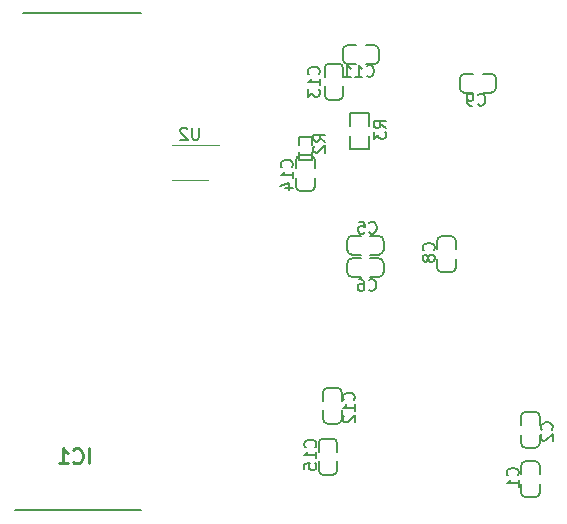
<source format=gbr>
%TF.GenerationSoftware,KiCad,Pcbnew,(5.1.8)-1*%
%TF.CreationDate,2021-05-15T14:33:14+08:00*%
%TF.ProjectId,ccd_with_stm32,6363645f-7769-4746-985f-73746d33322e,rev?*%
%TF.SameCoordinates,Original*%
%TF.FileFunction,Legend,Bot*%
%TF.FilePolarity,Positive*%
%FSLAX46Y46*%
G04 Gerber Fmt 4.6, Leading zero omitted, Abs format (unit mm)*
G04 Created by KiCad (PCBNEW (5.1.8)-1) date 2021-05-15 14:33:14*
%MOMM*%
%LPD*%
G01*
G04 APERTURE LIST*
%ADD10C,0.120000*%
%ADD11C,0.200000*%
%ADD12C,0.150000*%
%ADD13C,0.254000*%
G04 APERTURE END LIST*
D10*
%TO.C,U2*%
X84733000Y-117451000D02*
X87733000Y-117451000D01*
X84733000Y-114451000D02*
X88733000Y-114451000D01*
D11*
%TO.C,R3*%
X101374000Y-113684000D02*
X101374000Y-114819000D01*
X101374000Y-111749000D02*
X101374000Y-112884000D01*
X99794000Y-113684000D02*
X99794000Y-114819000D01*
X101374000Y-111749000D02*
X99794000Y-111749000D01*
X101374000Y-114819000D02*
X99794000Y-114819000D01*
X99794000Y-111749000D02*
X99794000Y-112884000D01*
%TO.C,R2*%
X95437000Y-115700000D02*
X96587000Y-115700000D01*
X95437000Y-113750000D02*
X96587000Y-113750000D01*
X96587000Y-115700000D02*
X96587000Y-115025000D01*
X96587000Y-114425000D02*
X96587000Y-113750000D01*
X95437000Y-115700000D02*
X95437000Y-115025000D01*
X95437000Y-114425000D02*
X95437000Y-113750000D01*
%TO.C,IC1*%
X72114000Y-103283000D02*
X82064000Y-103283000D01*
X71399000Y-145383000D02*
X82064000Y-145383000D01*
%TO.C,C15*%
X97127000Y-141978000D02*
G75*
G03*
X97527000Y-142378000I400000J0D01*
G01*
X98307000Y-142378000D02*
G75*
G03*
X98707000Y-141978000I0J400000D01*
G01*
X98707000Y-139708000D02*
G75*
G03*
X98307000Y-139308000I-400000J0D01*
G01*
X97527000Y-139308000D02*
G75*
G03*
X97127000Y-139708000I0J-400000D01*
G01*
X98707000Y-139708000D02*
X98707000Y-140443000D01*
X98707000Y-141243000D02*
X98707000Y-141978000D01*
X97127000Y-141243000D02*
X97127000Y-141978000D01*
X98307000Y-139308000D02*
X97527000Y-139308000D01*
X98307000Y-142378000D02*
X97527000Y-142378000D01*
X97127000Y-139708000D02*
X97127000Y-140443000D01*
%TO.C,C14*%
X96802000Y-115705000D02*
G75*
G03*
X96402000Y-115305000I-400000J0D01*
G01*
X95622000Y-115305000D02*
G75*
G03*
X95222000Y-115705000I0J-400000D01*
G01*
X95222000Y-117975000D02*
G75*
G03*
X95622000Y-118375000I400000J0D01*
G01*
X96402000Y-118375000D02*
G75*
G03*
X96802000Y-117975000I0J400000D01*
G01*
X95222000Y-117975000D02*
X95222000Y-117240000D01*
X95222000Y-116440000D02*
X95222000Y-115705000D01*
X96802000Y-116440000D02*
X96802000Y-115705000D01*
X95622000Y-118375000D02*
X96402000Y-118375000D01*
X95622000Y-115305000D02*
X96402000Y-115305000D01*
X96802000Y-117975000D02*
X96802000Y-117240000D01*
%TO.C,C13*%
X99215000Y-107958000D02*
G75*
G03*
X98815000Y-107558000I-400000J0D01*
G01*
X98035000Y-107558000D02*
G75*
G03*
X97635000Y-107958000I0J-400000D01*
G01*
X97635000Y-110228000D02*
G75*
G03*
X98035000Y-110628000I400000J0D01*
G01*
X98815000Y-110628000D02*
G75*
G03*
X99215000Y-110228000I0J400000D01*
G01*
X97635000Y-110228000D02*
X97635000Y-109493000D01*
X97635000Y-108693000D02*
X97635000Y-107958000D01*
X99215000Y-108693000D02*
X99215000Y-107958000D01*
X98035000Y-110628000D02*
X98815000Y-110628000D01*
X98035000Y-107558000D02*
X98815000Y-107558000D01*
X99215000Y-110228000D02*
X99215000Y-109493000D01*
%TO.C,C12*%
X99088000Y-135390000D02*
G75*
G03*
X98688000Y-134990000I-400000J0D01*
G01*
X97908000Y-134990000D02*
G75*
G03*
X97508000Y-135390000I0J-400000D01*
G01*
X97508000Y-137660000D02*
G75*
G03*
X97908000Y-138060000I400000J0D01*
G01*
X98688000Y-138060000D02*
G75*
G03*
X99088000Y-137660000I0J400000D01*
G01*
X97508000Y-137660000D02*
X97508000Y-136925000D01*
X97508000Y-136125000D02*
X97508000Y-135390000D01*
X99088000Y-136125000D02*
X99088000Y-135390000D01*
X97908000Y-138060000D02*
X98688000Y-138060000D01*
X97908000Y-134990000D02*
X98688000Y-134990000D01*
X99088000Y-137660000D02*
X99088000Y-136925000D01*
%TO.C,C11*%
X101846000Y-107597000D02*
G75*
G03*
X102246000Y-107197000I0J400000D01*
G01*
X102246000Y-106417000D02*
G75*
G03*
X101846000Y-106017000I-400000J0D01*
G01*
X99576000Y-106017000D02*
G75*
G03*
X99176000Y-106417000I0J-400000D01*
G01*
X99176000Y-107197000D02*
G75*
G03*
X99576000Y-107597000I400000J0D01*
G01*
X99576000Y-106017000D02*
X100311000Y-106017000D01*
X101111000Y-106017000D02*
X101846000Y-106017000D01*
X101111000Y-107597000D02*
X101846000Y-107597000D01*
X99176000Y-106417000D02*
X99176000Y-107197000D01*
X102246000Y-106417000D02*
X102246000Y-107197000D01*
X99576000Y-107597000D02*
X100311000Y-107597000D01*
%TO.C,C9*%
X111752000Y-110010000D02*
G75*
G03*
X112152000Y-109610000I0J400000D01*
G01*
X112152000Y-108830000D02*
G75*
G03*
X111752000Y-108430000I-400000J0D01*
G01*
X109482000Y-108430000D02*
G75*
G03*
X109082000Y-108830000I0J-400000D01*
G01*
X109082000Y-109610000D02*
G75*
G03*
X109482000Y-110010000I400000J0D01*
G01*
X109482000Y-108430000D02*
X110217000Y-108430000D01*
X111017000Y-108430000D02*
X111752000Y-108430000D01*
X111017000Y-110010000D02*
X111752000Y-110010000D01*
X109082000Y-108830000D02*
X109082000Y-109610000D01*
X112152000Y-108830000D02*
X112152000Y-109610000D01*
X109482000Y-110010000D02*
X110217000Y-110010000D01*
%TO.C,C8*%
X107160000Y-124833000D02*
G75*
G03*
X107560000Y-125233000I400000J0D01*
G01*
X108340000Y-125233000D02*
G75*
G03*
X108740000Y-124833000I0J400000D01*
G01*
X108740000Y-122563000D02*
G75*
G03*
X108340000Y-122163000I-400000J0D01*
G01*
X107560000Y-122163000D02*
G75*
G03*
X107160000Y-122563000I0J-400000D01*
G01*
X108740000Y-122563000D02*
X108740000Y-123298000D01*
X108740000Y-124098000D02*
X108740000Y-124833000D01*
X107160000Y-124098000D02*
X107160000Y-124833000D01*
X108340000Y-122163000D02*
X107560000Y-122163000D01*
X108340000Y-125233000D02*
X107560000Y-125233000D01*
X107160000Y-122563000D02*
X107160000Y-123298000D01*
%TO.C,C6*%
X99957000Y-124051000D02*
G75*
G03*
X99557000Y-124451000I0J-400000D01*
G01*
X99557000Y-125231000D02*
G75*
G03*
X99957000Y-125631000I400000J0D01*
G01*
X102227000Y-125631000D02*
G75*
G03*
X102627000Y-125231000I0J400000D01*
G01*
X102627000Y-124451000D02*
G75*
G03*
X102227000Y-124051000I-400000J0D01*
G01*
X102227000Y-125631000D02*
X101492000Y-125631000D01*
X100692000Y-125631000D02*
X99957000Y-125631000D01*
X100692000Y-124051000D02*
X99957000Y-124051000D01*
X102627000Y-125231000D02*
X102627000Y-124451000D01*
X99557000Y-125231000D02*
X99557000Y-124451000D01*
X102227000Y-124051000D02*
X101492000Y-124051000D01*
%TO.C,C5*%
X99957000Y-122146000D02*
G75*
G03*
X99557000Y-122546000I0J-400000D01*
G01*
X99557000Y-123326000D02*
G75*
G03*
X99957000Y-123726000I400000J0D01*
G01*
X102227000Y-123726000D02*
G75*
G03*
X102627000Y-123326000I0J400000D01*
G01*
X102627000Y-122546000D02*
G75*
G03*
X102227000Y-122146000I-400000J0D01*
G01*
X102227000Y-123726000D02*
X101492000Y-123726000D01*
X100692000Y-123726000D02*
X99957000Y-123726000D01*
X100692000Y-122146000D02*
X99957000Y-122146000D01*
X102627000Y-123326000D02*
X102627000Y-122546000D01*
X99557000Y-123326000D02*
X99557000Y-122546000D01*
X102227000Y-122146000D02*
X101492000Y-122146000D01*
%TO.C,C2*%
X115852000Y-137430000D02*
G75*
G03*
X115452000Y-137030000I-400000J0D01*
G01*
X114672000Y-137030000D02*
G75*
G03*
X114272000Y-137430000I0J-400000D01*
G01*
X114272000Y-139700000D02*
G75*
G03*
X114672000Y-140100000I400000J0D01*
G01*
X115452000Y-140100000D02*
G75*
G03*
X115852000Y-139700000I0J400000D01*
G01*
X114272000Y-139700000D02*
X114272000Y-138965000D01*
X114272000Y-138165000D02*
X114272000Y-137430000D01*
X115852000Y-138165000D02*
X115852000Y-137430000D01*
X114672000Y-140100000D02*
X115452000Y-140100000D01*
X114672000Y-137030000D02*
X115452000Y-137030000D01*
X115852000Y-139700000D02*
X115852000Y-138965000D01*
%TO.C,C1*%
X114272000Y-143883000D02*
G75*
G03*
X114672000Y-144283000I400000J0D01*
G01*
X115452000Y-144283000D02*
G75*
G03*
X115852000Y-143883000I0J400000D01*
G01*
X115852000Y-141613000D02*
G75*
G03*
X115452000Y-141213000I-400000J0D01*
G01*
X114672000Y-141213000D02*
G75*
G03*
X114272000Y-141613000I0J-400000D01*
G01*
X115852000Y-141613000D02*
X115852000Y-142348000D01*
X115852000Y-143148000D02*
X115852000Y-143883000D01*
X114272000Y-143148000D02*
X114272000Y-143883000D01*
X115452000Y-141213000D02*
X114672000Y-141213000D01*
X115452000Y-144283000D02*
X114672000Y-144283000D01*
X114272000Y-141613000D02*
X114272000Y-142348000D01*
%TO.C,U2*%
D12*
X86994904Y-113003380D02*
X86994904Y-113812904D01*
X86947285Y-113908142D01*
X86899666Y-113955761D01*
X86804428Y-114003380D01*
X86613952Y-114003380D01*
X86518714Y-113955761D01*
X86471095Y-113908142D01*
X86423476Y-113812904D01*
X86423476Y-113003380D01*
X85994904Y-113098619D02*
X85947285Y-113051000D01*
X85852047Y-113003380D01*
X85613952Y-113003380D01*
X85518714Y-113051000D01*
X85471095Y-113098619D01*
X85423476Y-113193857D01*
X85423476Y-113289095D01*
X85471095Y-113431952D01*
X86042523Y-114003380D01*
X85423476Y-114003380D01*
%TO.C,R3*%
X102814380Y-112990333D02*
X102338190Y-112657000D01*
X102814380Y-112418904D02*
X101814380Y-112418904D01*
X101814380Y-112799857D01*
X101862000Y-112895095D01*
X101909619Y-112942714D01*
X102004857Y-112990333D01*
X102147714Y-112990333D01*
X102242952Y-112942714D01*
X102290571Y-112895095D01*
X102338190Y-112799857D01*
X102338190Y-112418904D01*
X101814380Y-113323666D02*
X101814380Y-113942714D01*
X102195333Y-113609380D01*
X102195333Y-113752238D01*
X102242952Y-113847476D01*
X102290571Y-113895095D01*
X102385809Y-113942714D01*
X102623904Y-113942714D01*
X102719142Y-113895095D01*
X102766761Y-113847476D01*
X102814380Y-113752238D01*
X102814380Y-113466523D01*
X102766761Y-113371285D01*
X102719142Y-113323666D01*
%TO.C,R2*%
X97688656Y-114156952D02*
X97212466Y-113823619D01*
X97688656Y-113585523D02*
X96688656Y-113585523D01*
X96688656Y-113966476D01*
X96736276Y-114061714D01*
X96783895Y-114109333D01*
X96879133Y-114156952D01*
X97021990Y-114156952D01*
X97117228Y-114109333D01*
X97164847Y-114061714D01*
X97212466Y-113966476D01*
X97212466Y-113585523D01*
X96783895Y-114537904D02*
X96736276Y-114585523D01*
X96688656Y-114680761D01*
X96688656Y-114918857D01*
X96736276Y-115014095D01*
X96783895Y-115061714D01*
X96879133Y-115109333D01*
X96974371Y-115109333D01*
X97117228Y-115061714D01*
X97688656Y-114490285D01*
X97688656Y-115109333D01*
%TO.C,IC1*%
D13*
X77693761Y-141417523D02*
X77693761Y-140147523D01*
X76363285Y-141296571D02*
X76423761Y-141357047D01*
X76605190Y-141417523D01*
X76726142Y-141417523D01*
X76907571Y-141357047D01*
X77028523Y-141236095D01*
X77089000Y-141115142D01*
X77149476Y-140873238D01*
X77149476Y-140691809D01*
X77089000Y-140449904D01*
X77028523Y-140328952D01*
X76907571Y-140208000D01*
X76726142Y-140147523D01*
X76605190Y-140147523D01*
X76423761Y-140208000D01*
X76363285Y-140268476D01*
X75153761Y-141417523D02*
X75879476Y-141417523D01*
X75516619Y-141417523D02*
X75516619Y-140147523D01*
X75637571Y-140328952D01*
X75758523Y-140449904D01*
X75879476Y-140510380D01*
%TO.C,C15*%
D12*
X96834866Y-140041523D02*
X96882485Y-139993904D01*
X96930104Y-139851047D01*
X96930104Y-139755809D01*
X96882485Y-139612952D01*
X96787247Y-139517714D01*
X96692009Y-139470095D01*
X96501533Y-139422476D01*
X96358676Y-139422476D01*
X96168200Y-139470095D01*
X96072962Y-139517714D01*
X95977724Y-139612952D01*
X95930104Y-139755809D01*
X95930104Y-139851047D01*
X95977724Y-139993904D01*
X96025343Y-140041523D01*
X96930104Y-140993904D02*
X96930104Y-140422476D01*
X96930104Y-140708190D02*
X95930104Y-140708190D01*
X96072962Y-140612952D01*
X96168200Y-140517714D01*
X96215819Y-140422476D01*
X95930104Y-141898666D02*
X95930104Y-141422476D01*
X96406295Y-141374857D01*
X96358676Y-141422476D01*
X96311057Y-141517714D01*
X96311057Y-141755809D01*
X96358676Y-141851047D01*
X96406295Y-141898666D01*
X96501533Y-141946285D01*
X96739628Y-141946285D01*
X96834866Y-141898666D01*
X96882485Y-141851047D01*
X96930104Y-141755809D01*
X96930104Y-141517714D01*
X96882485Y-141422476D01*
X96834866Y-141374857D01*
%TO.C,C14*%
X94845142Y-116324142D02*
X94892761Y-116276523D01*
X94940380Y-116133666D01*
X94940380Y-116038428D01*
X94892761Y-115895571D01*
X94797523Y-115800333D01*
X94702285Y-115752714D01*
X94511809Y-115705095D01*
X94368952Y-115705095D01*
X94178476Y-115752714D01*
X94083238Y-115800333D01*
X93988000Y-115895571D01*
X93940380Y-116038428D01*
X93940380Y-116133666D01*
X93988000Y-116276523D01*
X94035619Y-116324142D01*
X94940380Y-117276523D02*
X94940380Y-116705095D01*
X94940380Y-116990809D02*
X93940380Y-116990809D01*
X94083238Y-116895571D01*
X94178476Y-116800333D01*
X94226095Y-116705095D01*
X94273714Y-118133666D02*
X94940380Y-118133666D01*
X93892761Y-117895571D02*
X94607047Y-117657476D01*
X94607047Y-118276523D01*
%TO.C,C13*%
X97131142Y-108450142D02*
X97178761Y-108402523D01*
X97226380Y-108259666D01*
X97226380Y-108164428D01*
X97178761Y-108021571D01*
X97083523Y-107926333D01*
X96988285Y-107878714D01*
X96797809Y-107831095D01*
X96654952Y-107831095D01*
X96464476Y-107878714D01*
X96369238Y-107926333D01*
X96274000Y-108021571D01*
X96226380Y-108164428D01*
X96226380Y-108259666D01*
X96274000Y-108402523D01*
X96321619Y-108450142D01*
X97226380Y-109402523D02*
X97226380Y-108831095D01*
X97226380Y-109116809D02*
X96226380Y-109116809D01*
X96369238Y-109021571D01*
X96464476Y-108926333D01*
X96512095Y-108831095D01*
X96226380Y-109735857D02*
X96226380Y-110354904D01*
X96607333Y-110021571D01*
X96607333Y-110164428D01*
X96654952Y-110259666D01*
X96702571Y-110307285D01*
X96797809Y-110354904D01*
X97035904Y-110354904D01*
X97131142Y-110307285D01*
X97178761Y-110259666D01*
X97226380Y-110164428D01*
X97226380Y-109878714D01*
X97178761Y-109783476D01*
X97131142Y-109735857D01*
%TO.C,C12*%
X100094418Y-136040761D02*
X100142037Y-135993142D01*
X100189656Y-135850285D01*
X100189656Y-135755047D01*
X100142037Y-135612190D01*
X100046799Y-135516952D01*
X99951561Y-135469333D01*
X99761085Y-135421714D01*
X99618228Y-135421714D01*
X99427752Y-135469333D01*
X99332514Y-135516952D01*
X99237276Y-135612190D01*
X99189656Y-135755047D01*
X99189656Y-135850285D01*
X99237276Y-135993142D01*
X99284895Y-136040761D01*
X100189656Y-136993142D02*
X100189656Y-136421714D01*
X100189656Y-136707428D02*
X99189656Y-136707428D01*
X99332514Y-136612190D01*
X99427752Y-136516952D01*
X99475371Y-136421714D01*
X99284895Y-137374095D02*
X99237276Y-137421714D01*
X99189656Y-137516952D01*
X99189656Y-137755047D01*
X99237276Y-137850285D01*
X99284895Y-137897904D01*
X99380133Y-137945523D01*
X99475371Y-137945523D01*
X99618228Y-137897904D01*
X100189656Y-137326476D01*
X100189656Y-137945523D01*
%TO.C,C11*%
X101195238Y-108603418D02*
X101242857Y-108651037D01*
X101385714Y-108698656D01*
X101480952Y-108698656D01*
X101623809Y-108651037D01*
X101719047Y-108555799D01*
X101766666Y-108460561D01*
X101814285Y-108270085D01*
X101814285Y-108127228D01*
X101766666Y-107936752D01*
X101719047Y-107841514D01*
X101623809Y-107746276D01*
X101480952Y-107698656D01*
X101385714Y-107698656D01*
X101242857Y-107746276D01*
X101195238Y-107793895D01*
X100242857Y-108698656D02*
X100814285Y-108698656D01*
X100528571Y-108698656D02*
X100528571Y-107698656D01*
X100623809Y-107841514D01*
X100719047Y-107936752D01*
X100814285Y-107984371D01*
X99290476Y-108698656D02*
X99861904Y-108698656D01*
X99576190Y-108698656D02*
X99576190Y-107698656D01*
X99671428Y-107841514D01*
X99766666Y-107936752D01*
X99861904Y-107984371D01*
%TO.C,C9*%
X110625047Y-111016418D02*
X110672666Y-111064037D01*
X110815523Y-111111656D01*
X110910761Y-111111656D01*
X111053619Y-111064037D01*
X111148857Y-110968799D01*
X111196476Y-110873561D01*
X111244095Y-110683085D01*
X111244095Y-110540228D01*
X111196476Y-110349752D01*
X111148857Y-110254514D01*
X111053619Y-110159276D01*
X110910761Y-110111656D01*
X110815523Y-110111656D01*
X110672666Y-110159276D01*
X110625047Y-110206895D01*
X110148857Y-111111656D02*
X109958381Y-111111656D01*
X109863142Y-111064037D01*
X109815523Y-111016418D01*
X109720285Y-110873561D01*
X109672666Y-110683085D01*
X109672666Y-110302133D01*
X109720285Y-110206895D01*
X109767904Y-110159276D01*
X109863142Y-110111656D01*
X110053619Y-110111656D01*
X110148857Y-110159276D01*
X110196476Y-110206895D01*
X110244095Y-110302133D01*
X110244095Y-110540228D01*
X110196476Y-110635466D01*
X110148857Y-110683085D01*
X110053619Y-110730704D01*
X109863142Y-110730704D01*
X109767904Y-110683085D01*
X109720285Y-110635466D01*
X109672666Y-110540228D01*
%TO.C,C8*%
X106867866Y-123372714D02*
X106915485Y-123325095D01*
X106963104Y-123182238D01*
X106963104Y-123087000D01*
X106915485Y-122944142D01*
X106820247Y-122848904D01*
X106725009Y-122801285D01*
X106534533Y-122753666D01*
X106391676Y-122753666D01*
X106201200Y-122801285D01*
X106105962Y-122848904D01*
X106010724Y-122944142D01*
X105963104Y-123087000D01*
X105963104Y-123182238D01*
X106010724Y-123325095D01*
X106058343Y-123372714D01*
X106391676Y-123944142D02*
X106344057Y-123848904D01*
X106296438Y-123801285D01*
X106201200Y-123753666D01*
X106153581Y-123753666D01*
X106058343Y-123801285D01*
X106010724Y-123848904D01*
X105963104Y-123944142D01*
X105963104Y-124134619D01*
X106010724Y-124229857D01*
X106058343Y-124277476D01*
X106153581Y-124325095D01*
X106201200Y-124325095D01*
X106296438Y-124277476D01*
X106344057Y-124229857D01*
X106391676Y-124134619D01*
X106391676Y-123944142D01*
X106439295Y-123848904D01*
X106486914Y-123801285D01*
X106582152Y-123753666D01*
X106772628Y-123753666D01*
X106867866Y-123801285D01*
X106915485Y-123848904D01*
X106963104Y-123944142D01*
X106963104Y-124134619D01*
X106915485Y-124229857D01*
X106867866Y-124277476D01*
X106772628Y-124325095D01*
X106582152Y-124325095D01*
X106486914Y-124277476D01*
X106439295Y-124229857D01*
X106391676Y-124134619D01*
%TO.C,C6*%
X101385666Y-126722142D02*
X101433285Y-126769761D01*
X101576142Y-126817380D01*
X101671380Y-126817380D01*
X101814238Y-126769761D01*
X101909476Y-126674523D01*
X101957095Y-126579285D01*
X102004714Y-126388809D01*
X102004714Y-126245952D01*
X101957095Y-126055476D01*
X101909476Y-125960238D01*
X101814238Y-125865000D01*
X101671380Y-125817380D01*
X101576142Y-125817380D01*
X101433285Y-125865000D01*
X101385666Y-125912619D01*
X100528523Y-125817380D02*
X100719000Y-125817380D01*
X100814238Y-125865000D01*
X100861857Y-125912619D01*
X100957095Y-126055476D01*
X101004714Y-126245952D01*
X101004714Y-126626904D01*
X100957095Y-126722142D01*
X100909476Y-126769761D01*
X100814238Y-126817380D01*
X100623761Y-126817380D01*
X100528523Y-126769761D01*
X100480904Y-126722142D01*
X100433285Y-126626904D01*
X100433285Y-126388809D01*
X100480904Y-126293571D01*
X100528523Y-126245952D01*
X100623761Y-126198333D01*
X100814238Y-126198333D01*
X100909476Y-126245952D01*
X100957095Y-126293571D01*
X101004714Y-126388809D01*
%TO.C,C5*%
X101417285Y-121853866D02*
X101464904Y-121901485D01*
X101607761Y-121949104D01*
X101702999Y-121949104D01*
X101845857Y-121901485D01*
X101941095Y-121806247D01*
X101988714Y-121711009D01*
X102036333Y-121520533D01*
X102036333Y-121377676D01*
X101988714Y-121187200D01*
X101941095Y-121091962D01*
X101845857Y-120996724D01*
X101702999Y-120949104D01*
X101607761Y-120949104D01*
X101464904Y-120996724D01*
X101417285Y-121044343D01*
X100512523Y-120949104D02*
X100988714Y-120949104D01*
X101036333Y-121425295D01*
X100988714Y-121377676D01*
X100893476Y-121330057D01*
X100655380Y-121330057D01*
X100560142Y-121377676D01*
X100512523Y-121425295D01*
X100464904Y-121520533D01*
X100464904Y-121758628D01*
X100512523Y-121853866D01*
X100560142Y-121901485D01*
X100655380Y-121949104D01*
X100893476Y-121949104D01*
X100988714Y-121901485D01*
X101036333Y-121853866D01*
%TO.C,C2*%
X116858418Y-138556952D02*
X116906037Y-138509333D01*
X116953656Y-138366476D01*
X116953656Y-138271238D01*
X116906037Y-138128380D01*
X116810799Y-138033142D01*
X116715561Y-137985523D01*
X116525085Y-137937904D01*
X116382228Y-137937904D01*
X116191752Y-137985523D01*
X116096514Y-138033142D01*
X116001276Y-138128380D01*
X115953656Y-138271238D01*
X115953656Y-138366476D01*
X116001276Y-138509333D01*
X116048895Y-138556952D01*
X116048895Y-138937904D02*
X116001276Y-138985523D01*
X115953656Y-139080761D01*
X115953656Y-139318857D01*
X116001276Y-139414095D01*
X116048895Y-139461714D01*
X116144133Y-139509333D01*
X116239371Y-139509333D01*
X116382228Y-139461714D01*
X116953656Y-138890285D01*
X116953656Y-139509333D01*
%TO.C,C1*%
X113979866Y-142422714D02*
X114027485Y-142375095D01*
X114075104Y-142232238D01*
X114075104Y-142137000D01*
X114027485Y-141994142D01*
X113932247Y-141898904D01*
X113837009Y-141851285D01*
X113646533Y-141803666D01*
X113503676Y-141803666D01*
X113313200Y-141851285D01*
X113217962Y-141898904D01*
X113122724Y-141994142D01*
X113075104Y-142137000D01*
X113075104Y-142232238D01*
X113122724Y-142375095D01*
X113170343Y-142422714D01*
X114075104Y-143375095D02*
X114075104Y-142803666D01*
X114075104Y-143089381D02*
X113075104Y-143089381D01*
X113217962Y-142994142D01*
X113313200Y-142898904D01*
X113360819Y-142803666D01*
%TD*%
M02*

</source>
